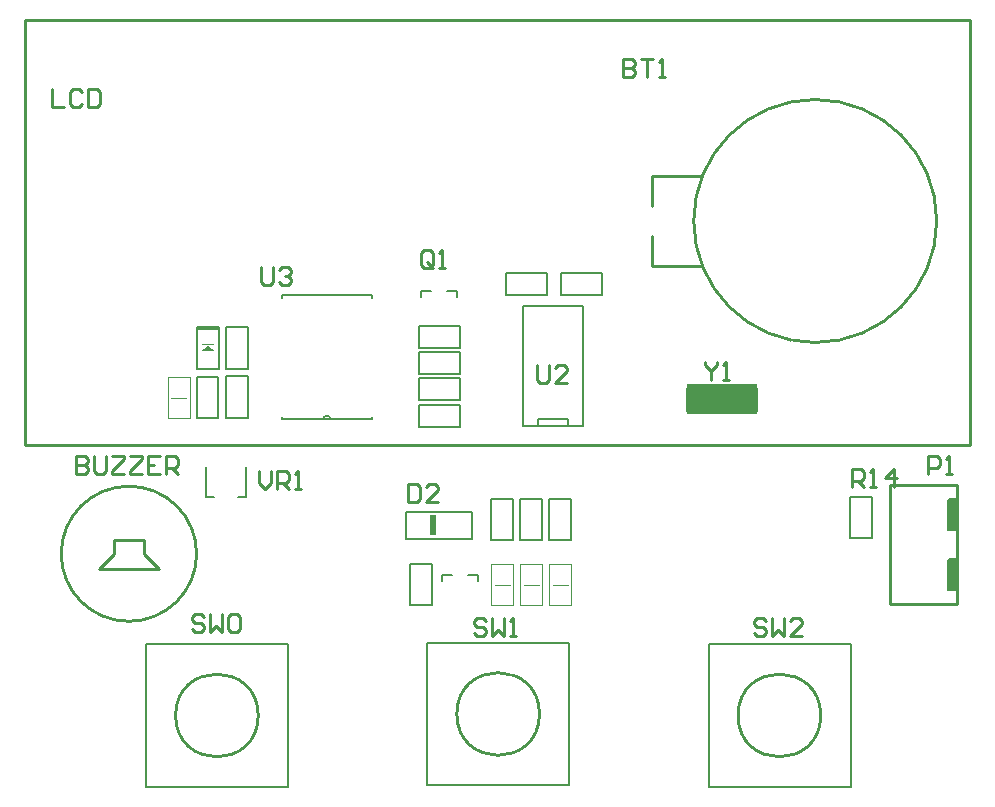
<source format=gto>
G04*
G04 #@! TF.GenerationSoftware,Altium Limited,Altium Designer,21.3.2 (30)*
G04*
G04 Layer_Color=65535*
%FSTAX24Y24*%
%MOIN*%
G70*
G04*
G04 #@! TF.SameCoordinates,A58ECD2F-0E49-4CC9-AAE6-1995A15C2F52*
G04*
G04*
G04 #@! TF.FilePolarity,Positive*
G04*
G01*
G75*
%ADD10C,0.0060*%
%ADD11C,0.0100*%
%ADD12C,0.0080*%
%ADD13C,0.0050*%
%ADD14C,0.0079*%
%ADD15C,0.0039*%
%ADD16R,0.2362X0.0984*%
%ADD17R,0.0729X0.0099*%
%ADD18R,0.0431X0.0032*%
%ADD19R,0.0220X0.0670*%
G36*
X043062Y032993D02*
X042836Y033181D01*
X042607Y032993D01*
X043062D01*
D02*
G37*
G36*
X067829Y025012D02*
X067791Y024996D01*
X067541D01*
X067502Y025012D01*
X067487Y02505D01*
Y02605D01*
X067502Y026088D01*
X067541Y026104D01*
X067791D01*
X067829Y026088D01*
X067845Y02605D01*
Y02505D01*
X067829Y025012D01*
D02*
G37*
G36*
Y027012D02*
X067791Y026996D01*
X067541D01*
X067502Y027012D01*
X067487Y02705D01*
Y02805D01*
X067502Y028088D01*
X067541Y028104D01*
X067791D01*
X067829Y028088D01*
X067845Y02805D01*
Y02705D01*
X067829Y027012D01*
D02*
G37*
D10*
X04692Y03073D02*
G03*
X04668Y03073I-00012J0D01*
G01*
X0483D02*
Y03082D01*
X04692Y03073D02*
X0483D01*
X04668D02*
X04692D01*
X0453D02*
X04668D01*
X0453Y03478D02*
Y03487D01*
X0483D01*
Y03478D02*
Y03487D01*
X0453Y03073D02*
Y03082D01*
X042791Y028141D02*
X043056D01*
X042791D02*
Y029154D01*
X044109Y028141D02*
Y029154D01*
X043844Y028141D02*
X044109D01*
D11*
X044518Y02086D02*
G03*
X044518Y02086I-001378J0D01*
G01*
X063268D02*
G03*
X063268Y02086I-001378J0D01*
G01*
X0402Y024D02*
G03*
X0402Y0285I000014J00225D01*
G01*
D02*
G03*
X0402Y024I0J-00225D01*
G01*
X053893Y02091D02*
G03*
X053893Y02091I-001378J0D01*
G01*
X067134Y037349D02*
G03*
X067134Y037342I-00405J-000007D01*
G01*
X03675Y029861D02*
Y044034D01*
Y029861D02*
X068246D01*
Y044034D01*
X03675D02*
X068246D01*
X04015Y0267D02*
X0407D01*
Y02625D02*
Y0267D01*
Y02625D02*
X0412Y02575D01*
X0392D02*
X0412D01*
X0392D02*
X0397Y02625D01*
Y0267D01*
X04015D01*
X065561Y024566D02*
Y028534D01*
X067806Y024566D02*
Y028534D01*
X065561Y024566D02*
X067806D01*
X065561Y028534D02*
X067806D01*
X05765Y03585D02*
Y03685D01*
Y03885D02*
X0593D01*
X05765Y03785D02*
Y03885D01*
Y03585D02*
X0593D01*
X03765Y04175D02*
Y04115D01*
X03805D01*
X03865Y04165D02*
X03855Y04175D01*
X03835D01*
X03825Y04165D01*
Y04125D01*
X03835Y04115D01*
X03855D01*
X03865Y04125D01*
X03885Y04175D02*
Y04115D01*
X03915D01*
X03925Y04125D01*
Y04165D01*
X03915Y04175D01*
X03885D01*
X0594Y03265D02*
Y03255D01*
X0596Y03235D01*
X0598Y03255D01*
Y03265D01*
X0596Y03235D02*
Y03205D01*
X06D02*
X0602D01*
X0601D01*
Y03265D01*
X06Y03255D01*
X04455Y029D02*
Y0286D01*
X04475Y0284D01*
X04495Y0286D01*
Y029D01*
X04515Y0284D02*
Y029D01*
X04545D01*
X04555Y0289D01*
Y0287D01*
X04545Y0286D01*
X04515D01*
X04535D02*
X04555Y0284D01*
X04575D02*
X04595D01*
X04585D01*
Y029D01*
X04575Y0289D01*
X04462Y0358D02*
Y0353D01*
X04472Y0352D01*
X04492D01*
X04502Y0353D01*
Y0358D01*
X04522Y0357D02*
X04532Y0358D01*
X04552D01*
X04562Y0357D01*
Y0356D01*
X04552Y0355D01*
X04542D01*
X04552D01*
X04562Y0354D01*
Y0353D01*
X04552Y0352D01*
X04532D01*
X04522Y0353D01*
X0538Y03255D02*
Y03205D01*
X0539Y03195D01*
X0541D01*
X0542Y03205D01*
Y03255D01*
X0548Y03195D02*
X0544D01*
X0548Y03235D01*
Y03245D01*
X0547Y03255D01*
X0545D01*
X0544Y03245D01*
X06145Y024D02*
X06135Y0241D01*
X06115D01*
X06105Y024D01*
Y0239D01*
X06115Y0238D01*
X06135D01*
X06145Y0237D01*
Y0236D01*
X06135Y0235D01*
X06115D01*
X06105Y0236D01*
X06165Y0241D02*
Y0235D01*
X06185Y0237D01*
X06205Y0235D01*
Y0241D01*
X06265Y0235D02*
X06225D01*
X06265Y0239D01*
Y024D01*
X06255Y0241D01*
X06235D01*
X06225Y024D01*
X0521D02*
X052Y0241D01*
X0518D01*
X0517Y024D01*
Y0239D01*
X0518Y0238D01*
X052D01*
X0521Y0237D01*
Y0236D01*
X052Y0235D01*
X0518D01*
X0517Y0236D01*
X0523Y0241D02*
Y0235D01*
X0525Y0237D01*
X0527Y0235D01*
Y0241D01*
X0529Y0235D02*
X0531D01*
X053D01*
Y0241D01*
X0529Y024D01*
X0427Y02415D02*
X0426Y02425D01*
X0424D01*
X0423Y02415D01*
Y02405D01*
X0424Y02395D01*
X0426D01*
X0427Y02385D01*
Y02375D01*
X0426Y02365D01*
X0424D01*
X0423Y02375D01*
X0429Y02425D02*
Y02365D01*
X0431Y02385D01*
X0433Y02365D01*
Y02425D01*
X0435Y02415D02*
X0436Y02425D01*
X0438D01*
X0439Y02415D01*
Y02375D01*
X0438Y02365D01*
X0436D01*
X0435Y02375D01*
Y02415D01*
X06431Y02846D02*
Y02906D01*
X06461D01*
X06471Y02896D01*
Y02876D01*
X06461Y02866D01*
X06431D01*
X06451D02*
X06471Y02846D01*
X06491D02*
X06511D01*
X06501D01*
Y02906D01*
X06491Y02896D01*
X06571Y02846D02*
Y02906D01*
X06541Y02876D01*
X06581D01*
X05034Y03589D02*
Y03629D01*
X05024Y03639D01*
X05004D01*
X04994Y03629D01*
Y03589D01*
X05004Y03579D01*
X05024D01*
X05014Y03599D02*
X05034Y03579D01*
X05024D02*
X05034Y03589D01*
X05054Y03579D02*
X05074D01*
X05064D01*
Y03639D01*
X05054Y03629D01*
X06685Y0289D02*
Y0295D01*
X06715D01*
X06725Y0294D01*
Y0292D01*
X06715Y0291D01*
X06685D01*
X06745Y0289D02*
X06765D01*
X06755D01*
Y0295D01*
X06745Y0294D01*
X04951Y02859D02*
Y02799D01*
X04981D01*
X04991Y02809D01*
Y02849D01*
X04981Y02859D01*
X04951D01*
X05051Y02799D02*
X05011D01*
X05051Y02839D01*
Y02849D01*
X05041Y02859D01*
X05021D01*
X05011Y02849D01*
X038451Y0295D02*
Y0289D01*
X03875D01*
X03885Y029D01*
Y0291D01*
X03875Y0292D01*
X038451D01*
X03875D01*
X03885Y0293D01*
Y0294D01*
X03875Y0295D01*
X038451D01*
X03905D02*
Y029D01*
X03915Y0289D01*
X03935D01*
X03945Y029D01*
Y0295D01*
X03965D02*
X04005D01*
Y0294D01*
X03965Y029D01*
Y0289D01*
X04005D01*
X04025Y0295D02*
X04065D01*
Y0294D01*
X04025Y029D01*
Y0289D01*
X04065D01*
X04125Y0295D02*
X04085D01*
Y0289D01*
X04125D01*
X04085Y0292D02*
X04105D01*
X04145Y0289D02*
Y0295D01*
X041749D01*
X041849Y0294D01*
Y0292D01*
X041749Y0291D01*
X04145D01*
X04165D02*
X041849Y0289D01*
X05668Y04273D02*
Y04213D01*
X05698D01*
X05708Y04223D01*
Y04233D01*
X05698Y04243D01*
X05668D01*
X05698D01*
X05708Y04253D01*
Y04263D01*
X05698Y04273D01*
X05668D01*
X05728D02*
X05768D01*
X05748D01*
Y04213D01*
X05788D02*
X05808D01*
X05798D01*
Y04273D01*
X05788Y04263D01*
D12*
X0588Y031025D02*
X061154D01*
Y031775D01*
X0588D02*
X061154D01*
X0588Y031025D02*
Y031775D01*
X04078Y02323D02*
X04551D01*
X04078Y01849D02*
Y02323D01*
Y01849D02*
X04551D01*
Y02323D01*
X05953D02*
X06426D01*
X05953Y01849D02*
Y02323D01*
Y01849D02*
X06426D01*
Y02323D01*
X050155Y02328D02*
X054885D01*
X050155Y01854D02*
Y02328D01*
Y01854D02*
X054885D01*
Y02328D01*
X05485Y0305D02*
Y03075D01*
X05385D02*
X05485D01*
X05385Y0305D02*
Y03075D01*
X05335Y0305D02*
X05535D01*
Y0345D01*
X05335D02*
X05535D01*
X05335Y0305D02*
Y0345D01*
D13*
X064236Y026761D02*
Y028139D01*
X064964Y026761D02*
Y028139D01*
X064236Y026761D02*
X064964D01*
X064236Y028139D02*
X064964D01*
X052761Y035614D02*
X054139D01*
X052761Y034886D02*
X054139D01*
X052761D02*
Y035614D01*
X054139Y034886D02*
Y035614D01*
X054611Y034886D02*
X055989D01*
X054611Y035614D02*
X055989D01*
Y034886D02*
Y035614D01*
X054611Y034886D02*
Y035614D01*
X044178Y032415D02*
Y033793D01*
X04345Y032415D02*
Y033793D01*
X044178D01*
X04345Y032415D02*
X044178D01*
X04345Y030781D02*
Y032159D01*
X044178Y030781D02*
Y032159D01*
X04345Y030781D02*
X044178D01*
X04345Y032159D02*
X044178D01*
X049865Y033123D02*
X051243D01*
X049865Y033852D02*
X051243D01*
Y033123D02*
Y033852D01*
X049865Y033123D02*
Y033852D01*
Y030488D02*
X051243D01*
X049865Y031216D02*
X051243D01*
Y030488D02*
Y031216D01*
X049865Y030488D02*
Y031216D01*
Y031366D02*
X051243D01*
X049865Y032095D02*
X051243D01*
Y031366D02*
Y032095D01*
X049865Y031366D02*
Y032095D01*
Y032245D02*
X051243D01*
X049865Y032973D02*
X051243D01*
Y032245D02*
Y032973D01*
X049865Y032245D02*
Y032973D01*
X042462Y030765D02*
Y032143D01*
X04319Y030765D02*
Y032143D01*
X042462Y030765D02*
X04319D01*
X042462Y032143D02*
X04319D01*
X049586Y024532D02*
X050314D01*
X049586Y02591D02*
X050314D01*
X049586Y024532D02*
Y02591D01*
X050314Y024532D02*
Y02591D01*
X054221Y026711D02*
X05495D01*
X054221Y028089D02*
X05495D01*
X054221Y026711D02*
Y028089D01*
X05495Y026711D02*
Y028089D01*
X053254Y026711D02*
X053982D01*
X053254Y028089D02*
X053982D01*
X053254Y026711D02*
Y028089D01*
X053982Y026711D02*
Y028089D01*
X052286Y026711D02*
X053014D01*
X052286Y028089D02*
X053014D01*
X052286Y026711D02*
Y028089D01*
X053014Y026711D02*
Y028089D01*
X04247Y033793D02*
X043198D01*
X04247Y032415D02*
X043198D01*
Y033793D01*
X04247Y032415D02*
Y033793D01*
D14*
X05082Y03501D02*
X051135D01*
Y034813D02*
Y03501D01*
X049954D02*
X050269D01*
X049954Y034813D02*
Y03501D01*
X050659Y025329D02*
Y025526D01*
X050974D01*
X051841Y025329D02*
Y025526D01*
X051526D02*
X051841D01*
X04945Y02675D02*
X05165D01*
X04945D02*
Y02765D01*
X05165D01*
Y02675D02*
Y02765D01*
D15*
X052286Y024527D02*
Y025905D01*
X053014Y024527D02*
Y025905D01*
X052286Y024527D02*
X053014D01*
X052286Y025905D02*
X053014D01*
X0524Y025216D02*
X0529D01*
X053254Y024527D02*
Y025905D01*
X053982Y024527D02*
Y025905D01*
X053254Y024527D02*
X053982D01*
X053254Y025905D02*
X053982D01*
X053368Y025216D02*
X053868D01*
X054221Y024527D02*
Y025905D01*
X05495Y024527D02*
Y025905D01*
X054221Y024527D02*
X05495D01*
X054221Y025905D02*
X05495D01*
X054335Y025216D02*
X054835D01*
X041626Y031454D02*
X042126D01*
X041512Y032143D02*
X04224D01*
X041512Y030765D02*
X04224D01*
Y032143D01*
X041512Y030765D02*
Y032143D01*
D16*
X059973Y0314D02*
D03*
D17*
X042833Y033743D02*
D03*
D18*
X042833Y033198D02*
D03*
D19*
X05034Y027195D02*
D03*
M02*

</source>
